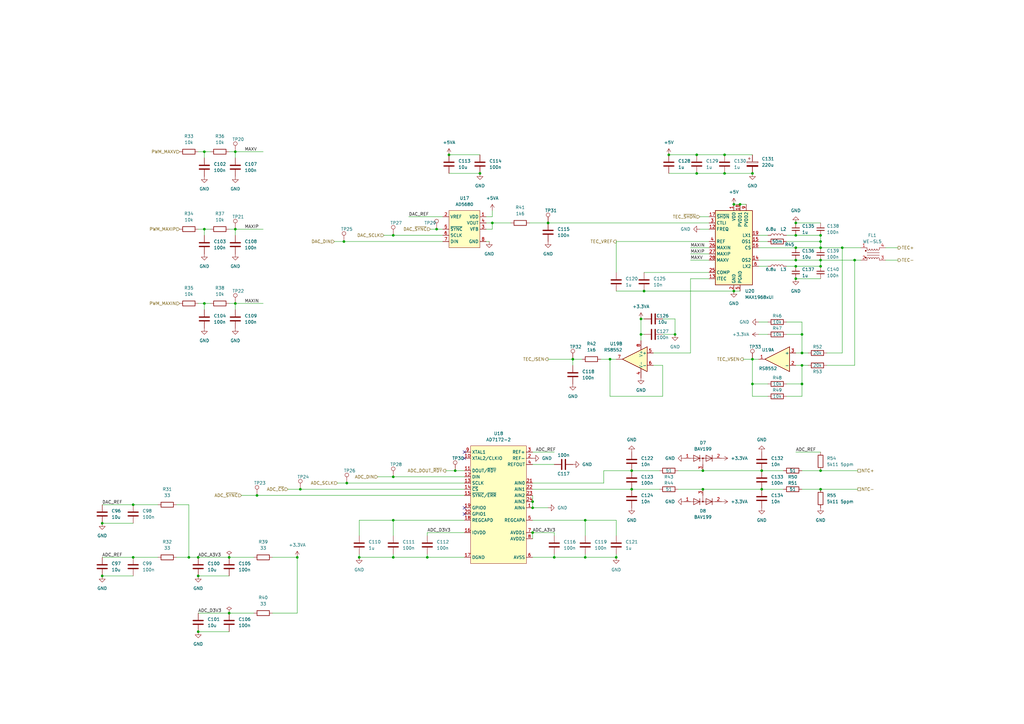
<source format=kicad_sch>
(kicad_sch (version 20211123) (generator eeschema)
  (paper "A3")
  (title_block (title "Kirdy") (date "2022-07-03") (rev "r0.1") (company "M-Labs") (comment 1 "Alex Wong Tat Hang"))
  (junction (at 300.99 119.38))
  (junction (at 141.0669 99.06))
  (junction (at 350.52 106.68))
  (junction (at 297.18 63.5))
  (junction (at 274.32 63.5))
  (junction (at 326.39 106.68))
  (junction (at 201.93 91.44))
  (junction (at 161.29 96.52))
  (junction (at 252.73 228.6))
  (junction (at 96.52 62.23))
  (junction (at 326.39 109.22))
  (junction (at 308.61 147.32))
  (junction (at 161.29 213.36))
  (junction (at 105.41 203.2))
  (junction (at 234.95 147.32))
  (junction (at 83.82 62.23))
  (junction (at 336.55 96.52))
  (junction (at 41.91 214.63))
  (junction (at 81.28 259.08))
  (junction (at 121.92 228.6))
  (junction (at 303.53 83.82))
  (junction (at 218.44 218.44))
  (junction (at 328.93 149.86))
  (junction (at 336.55 193.04))
  (junction (at 218.44 208.28))
  (junction (at 161.29 228.6))
  (junction (at 326.39 101.6))
  (junction (at 147.32 228.6))
  (junction (at 308.61 71.12))
  (junction (at 93.98 251.46))
  (junction (at 336.55 99.06))
  (junction (at 224.79 91.44))
  (junction (at 326.39 96.52))
  (junction (at 123.19 200.66))
  (junction (at 262.89 137.16))
  (junction (at 285.75 71.12))
  (junction (at 300.99 83.82))
  (junction (at 308.61 157.48))
  (junction (at 326.39 114.3))
  (junction (at 250.19 147.32))
  (junction (at 83.82 93.98))
  (junction (at 81.28 228.6))
  (junction (at 83.82 124.46))
  (junction (at 179.07 93.98))
  (junction (at 175.26 228.6))
  (junction (at 259.08 193.04))
  (junction (at 81.28 236.22))
  (junction (at 93.98 228.6))
  (junction (at 54.61 228.6))
  (junction (at 336.55 109.22))
  (junction (at 218.44 205.74))
  (junction (at 184.15 63.5))
  (junction (at 240.03 228.6))
  (junction (at 345.44 101.6))
  (junction (at 259.08 200.66))
  (junction (at 142.24 198.12))
  (junction (at 336.55 101.6))
  (junction (at 328.93 137.16))
  (junction (at 96.52 93.98))
  (junction (at 227.33 228.6))
  (junction (at 96.52 124.46))
  (junction (at 41.91 236.22))
  (junction (at 312.42 193.04))
  (junction (at 186.69 193.04))
  (junction (at 328.93 157.48))
  (junction (at 288.29 193.04))
  (junction (at 196.85 71.12))
  (junction (at 336.55 200.66))
  (junction (at 262.89 130.81))
  (junction (at 240.03 213.36))
  (junction (at 288.29 200.66))
  (junction (at 328.93 144.78))
  (junction (at 264.16 119.38))
  (junction (at 77.47 228.6))
  (junction (at 161.29 195.58))
  (junction (at 276.86 137.16))
  (junction (at 336.55 106.68))
  (junction (at 285.75 63.5))
  (junction (at 297.18 71.12))
  (junction (at 312.42 200.66))
  (junction (at 54.61 207.01))
  (junction (at 326.39 91.44))
  (no_connect (at 190.5 185.42))
  (no_connect (at 190.5 187.96))
  (no_connect (at 190.5 208.28))
  (no_connect (at 190.5 210.82))
  (wire (pts (xy 274.32 63.5) (xy 285.75 63.5)))
  (wire (pts (xy 328.93 144.78) (xy 331.47 144.78)))
  (wire (pts (xy 218.44 205.74) (xy 218.44 208.28)))
  (wire (pts (xy 218.44 218.44) (xy 227.33 218.44)))
  (wire (pts (xy 224.79 147.32) (xy 234.95 147.32)))
  (wire (pts (xy 311.15 99.06) (xy 314.96 99.06)))
  (wire (pts (xy 308.61 147.32) (xy 311.15 147.32)))
  (wire (pts (xy 304.8 147.32) (xy 308.61 147.32)))
  (wire (pts (xy 41.91 236.22) (xy 54.61 236.22)))
  (wire (pts (xy 252.73 111.76) (xy 252.73 99.06)))
  (wire (pts (xy 105.41 203.2) (xy 190.5 203.2)))
  (wire (pts (xy 41.91 207.01) (xy 54.61 207.01)))
  (wire (pts (xy 311.15 101.6) (xy 326.39 101.6)))
  (wire (pts (xy 328.93 149.86) (xy 331.47 149.86)))
  (wire (pts (xy 154.94 195.58) (xy 161.29 195.58)))
  (wire (pts (xy 175.26 218.44) (xy 190.5 218.44)))
  (wire (pts (xy 252.73 119.38) (xy 264.16 119.38)))
  (wire (pts (xy 252.73 213.36) (xy 252.73 219.71)))
  (wire (pts (xy 259.08 200.66) (xy 270.51 200.66)))
  (wire (pts (xy 147.32 219.71) (xy 147.32 213.36)))
  (wire (pts (xy 336.55 109.22) (xy 326.39 109.22)))
  (wire (pts (xy 111.76 228.6) (xy 121.92 228.6)))
  (wire (pts (xy 93.98 251.46) (xy 104.14 251.46)))
  (wire (pts (xy 311.15 132.08) (xy 314.96 132.08)))
  (wire (pts (xy 142.24 198.12) (xy 190.5 198.12)))
  (wire (pts (xy 326.39 96.52) (xy 322.58 96.52)))
  (wire (pts (xy 259.08 193.04) (xy 270.51 193.04)))
  (wire (pts (xy 199.39 93.98) (xy 201.93 93.98)))
  (wire (pts (xy 326.39 106.68) (xy 336.55 106.68)))
  (wire (pts (xy 297.18 63.5) (xy 308.61 63.5)))
  (wire (pts (xy 250.19 147.32) (xy 252.73 147.32)))
  (wire (pts (xy 285.75 71.12) (xy 297.18 71.12)))
  (wire (pts (xy 179.07 93.98) (xy 181.61 93.98)))
  (wire (pts (xy 312.42 193.04) (xy 321.31 193.04)))
  (wire (pts (xy 264.16 119.38) (xy 300.99 119.38)))
  (wire (pts (xy 141.0669 99.06) (xy 181.61 99.06)))
  (wire (pts (xy 322.58 157.48) (xy 328.93 157.48)))
  (wire (pts (xy 336.55 101.6) (xy 336.55 99.06)))
  (wire (pts (xy 300.99 83.82) (xy 303.53 83.82)))
  (wire (pts (xy 227.33 218.44) (xy 227.33 219.71)))
  (wire (pts (xy 83.82 93.98) (xy 86.36 93.98)))
  (wire (pts (xy 339.09 144.78) (xy 345.44 144.78)))
  (wire (pts (xy 271.78 162.56) (xy 271.78 149.86)))
  (wire (pts (xy 184.15 63.5) (xy 196.85 63.5)))
  (wire (pts (xy 218.44 213.36) (xy 240.03 213.36)))
  (wire (pts (xy 218.44 218.44) (xy 218.44 220.98)))
  (wire (pts (xy 147.32 213.36) (xy 161.29 213.36)))
  (wire (pts (xy 350.52 106.68) (xy 350.52 149.86)))
  (wire (pts (xy 199.39 99.06) (xy 200.66 99.06)))
  (wire (pts (xy 96.52 124.46) (xy 96.52 127)))
  (wire (pts (xy 322.58 99.06) (xy 336.55 99.06)))
  (wire (pts (xy 287.02 88.9) (xy 290.83 88.9)))
  (wire (pts (xy 283.21 101.6) (xy 290.83 101.6)))
  (wire (pts (xy 363.22 101.6) (xy 368.3 101.6)))
  (wire (pts (xy 336.55 101.6) (xy 326.39 101.6)))
  (wire (pts (xy 161.29 96.52) (xy 181.61 96.52)))
  (wire (pts (xy 271.78 149.86) (xy 267.97 149.86)))
  (wire (pts (xy 186.69 193.04) (xy 190.5 193.04)))
  (wire (pts (xy 262.89 137.16) (xy 262.89 139.7)))
  (wire (pts (xy 336.55 99.06) (xy 336.55 96.52)))
  (wire (pts (xy 345.44 101.6) (xy 345.44 144.78)))
  (wire (pts (xy 326.39 144.78) (xy 328.93 144.78)))
  (wire (pts (xy 283.21 144.78) (xy 267.97 144.78)))
  (wire (pts (xy 247.65 198.12) (xy 247.65 193.04)))
  (wire (pts (xy 184.15 71.12) (xy 196.85 71.12)))
  (wire (pts (xy 234.95 149.86) (xy 234.95 147.32)))
  (wire (pts (xy 96.52 124.46) (xy 107.95 124.46)))
  (wire (pts (xy 240.03 213.36) (xy 252.73 213.36)))
  (wire (pts (xy 328.93 193.04) (xy 336.55 193.04)))
  (wire (pts (xy 138.43 198.12) (xy 142.24 198.12)))
  (wire (pts (xy 328.93 200.66) (xy 336.55 200.66)))
  (wire (pts (xy 199.39 88.9) (xy 201.93 88.9)))
  (wire (pts (xy 93.98 93.98) (xy 96.52 93.98)))
  (wire (pts (xy 264.16 130.81) (xy 262.89 130.81)))
  (wire (pts (xy 250.19 162.56) (xy 271.78 162.56)))
  (wire (pts (xy 322.58 132.08) (xy 328.93 132.08)))
  (wire (pts (xy 83.82 62.23) (xy 83.82 64.77)))
  (wire (pts (xy 161.29 227.33) (xy 161.29 228.6)))
  (wire (pts (xy 81.28 259.08) (xy 93.98 259.08)))
  (wire (pts (xy 288.29 200.66) (xy 312.42 200.66)))
  (wire (pts (xy 264.16 111.76) (xy 290.83 111.76)))
  (wire (pts (xy 157.48 96.52) (xy 161.29 96.52)))
  (wire (pts (xy 167.64 88.9) (xy 181.61 88.9)))
  (wire (pts (xy 246.38 147.32) (xy 250.19 147.32)))
  (wire (pts (xy 54.61 228.6) (xy 64.77 228.6)))
  (wire (pts (xy 240.03 227.33) (xy 240.03 228.6)))
  (wire (pts (xy 201.93 88.9) (xy 201.93 86.36)))
  (wire (pts (xy 311.15 106.68) (xy 326.39 106.68)))
  (wire (pts (xy 234.95 147.32) (xy 238.76 147.32)))
  (wire (pts (xy 41.91 228.6) (xy 54.61 228.6)))
  (wire (pts (xy 83.82 124.46) (xy 83.82 127)))
  (wire (pts (xy 328.93 137.16) (xy 328.93 144.78)))
  (wire (pts (xy 175.26 228.6) (xy 190.5 228.6)))
  (wire (pts (xy 93.98 228.6) (xy 104.14 228.6)))
  (wire (pts (xy 218.44 190.5) (xy 227.33 190.5)))
  (wire (pts (xy 218.44 200.66) (xy 259.08 200.66)))
  (wire (pts (xy 278.13 200.66) (xy 288.29 200.66)))
  (wire (pts (xy 96.52 93.98) (xy 96.52 96.52)))
  (wire (pts (xy 311.15 137.16) (xy 314.96 137.16)))
  (wire (pts (xy 326.39 149.86) (xy 328.93 149.86)))
  (wire (pts (xy 308.61 157.48) (xy 308.61 162.56)))
  (wire (pts (xy 54.61 207.01) (xy 64.77 207.01)))
  (wire (pts (xy 72.39 207.01) (xy 77.47 207.01)))
  (wire (pts (xy 336.55 101.6) (xy 345.44 101.6)))
  (wire (pts (xy 326.39 114.3) (xy 336.55 114.3)))
  (wire (pts (xy 77.47 207.01) (xy 77.47 228.6)))
  (wire (pts (xy 218.44 208.28) (xy 224.79 208.28)))
  (wire (pts (xy 247.65 198.12) (xy 218.44 198.12)))
  (wire (pts (xy 252.73 227.33) (xy 252.73 228.6)))
  (wire (pts (xy 199.39 91.44) (xy 201.93 91.44)))
  (wire (pts (xy 328.93 162.56) (xy 328.93 157.48)))
  (wire (pts (xy 111.76 251.46) (xy 121.92 251.46)))
  (wire (pts (xy 83.82 93.98) (xy 83.82 96.52)))
  (wire (pts (xy 93.98 62.23) (xy 96.52 62.23)))
  (wire (pts (xy 224.79 91.44) (xy 290.83 91.44)))
  (wire (pts (xy 287.02 93.98) (xy 290.83 93.98)))
  (wire (pts (xy 322.58 137.16) (xy 328.93 137.16)))
  (wire (pts (xy 81.28 236.22) (xy 93.98 236.22)))
  (wire (pts (xy 118.11 200.66) (xy 123.19 200.66)))
  (wire (pts (xy 276.86 130.81) (xy 276.86 137.16)))
  (wire (pts (xy 201.93 93.98) (xy 201.93 91.44)))
  (wire (pts (xy 218.44 185.42) (xy 227.33 185.42)))
  (wire (pts (xy 322.58 162.56) (xy 328.93 162.56)))
  (wire (pts (xy 328.93 132.08) (xy 328.93 137.16)))
  (wire (pts (xy 41.91 214.63) (xy 54.61 214.63)))
  (wire (pts (xy 176.53 93.98) (xy 179.07 93.98)))
  (wire (pts (xy 81.28 93.98) (xy 83.82 93.98)))
  (wire (pts (xy 182.88 193.04) (xy 186.69 193.04)))
  (wire (pts (xy 81.28 228.6) (xy 93.98 228.6)))
  (wire (pts (xy 96.52 62.23) (xy 107.95 62.23)))
  (wire (pts (xy 175.26 227.33) (xy 175.26 228.6)))
  (wire (pts (xy 218.44 203.2) (xy 218.44 205.74)))
  (wire (pts (xy 77.47 228.6) (xy 81.28 228.6)))
  (wire (pts (xy 326.39 185.42) (xy 336.55 185.42)))
  (wire (pts (xy 121.92 251.46) (xy 121.92 228.6)))
  (wire (pts (xy 271.78 137.16) (xy 276.86 137.16)))
  (wire (pts (xy 311.15 96.52) (xy 314.96 96.52)))
  (wire (pts (xy 283.21 114.3) (xy 290.83 114.3)))
  (wire (pts (xy 96.52 93.98) (xy 107.95 93.98)))
  (wire (pts (xy 336.55 106.68) (xy 350.52 106.68)))
  (wire (pts (xy 81.28 62.23) (xy 83.82 62.23)))
  (wire (pts (xy 240.03 213.36) (xy 240.03 219.71)))
  (wire (pts (xy 264.16 137.16) (xy 262.89 137.16)))
  (wire (pts (xy 336.55 106.68) (xy 336.55 109.22)))
  (wire (pts (xy 217.17 91.44) (xy 224.79 91.44)))
  (wire (pts (xy 312.42 200.66) (xy 321.31 200.66)))
  (wire (pts (xy 274.32 71.12) (xy 285.75 71.12)))
  (wire (pts (xy 262.89 130.81) (xy 262.89 137.16)))
  (wire (pts (xy 250.19 147.32) (xy 250.19 162.56)))
  (wire (pts (xy 336.55 200.66) (xy 351.79 200.66)))
  (wire (pts (xy 285.75 63.5) (xy 297.18 63.5)))
  (wire (pts (xy 123.19 200.66) (xy 190.5 200.66)))
  (wire (pts (xy 288.29 193.04) (xy 312.42 193.04)))
  (wire (pts (xy 81.28 124.46) (xy 83.82 124.46)))
  (wire (pts (xy 303.53 83.82) (xy 306.07 83.82)))
  (wire (pts (xy 83.82 124.46) (xy 86.36 124.46)))
  (wire (pts (xy 350.52 106.68) (xy 353.06 106.68)))
  (wire (pts (xy 278.13 193.04) (xy 288.29 193.04)))
  (wire (pts (xy 283.21 114.3) (xy 283.21 144.78)))
  (wire (pts (xy 81.28 251.46) (xy 93.98 251.46)))
  (wire (pts (xy 326.39 96.52) (xy 336.55 96.52)))
  (wire (pts (xy 96.52 62.23) (xy 96.52 64.77)))
  (wire (pts (xy 345.44 101.6) (xy 353.06 101.6)))
  (wire (pts (xy 252.73 99.06) (xy 290.83 99.06)))
  (wire (pts (xy 363.22 106.68) (xy 368.3 106.68)))
  (wire (pts (xy 328.93 157.48) (xy 328.93 149.86)))
  (wire (pts (xy 314.96 157.48) (xy 308.61 157.48)))
  (wire (pts (xy 93.98 124.46) (xy 96.52 124.46)))
  (wire (pts (xy 227.33 227.33) (xy 227.33 228.6)))
  (wire (pts (xy 218.44 228.6) (xy 227.33 228.6)))
  (wire (pts (xy 300.99 119.38) (xy 303.53 119.38)))
  (wire (pts (xy 137.16 99.06) (xy 141.0669 99.06)))
  (wire (pts (xy 72.39 228.6) (xy 77.47 228.6)))
  (wire (pts (xy 99.06 203.2) (xy 105.41 203.2)))
  (wire (pts (xy 161.29 228.6) (xy 175.26 228.6)))
  (wire (pts (xy 308.61 157.48) (xy 308.61 147.32)))
  (wire (pts (xy 161.29 195.58) (xy 190.5 195.58)))
  (wire (pts (xy 271.78 130.81) (xy 276.86 130.81)))
  (wire (pts (xy 201.93 91.44) (xy 209.55 91.44)))
  (wire (pts (xy 308.61 162.56) (xy 314.96 162.56)))
  (wire (pts (xy 247.65 193.04) (xy 259.08 193.04)))
  (wire (pts (xy 83.82 62.23) (xy 86.36 62.23)))
  (wire (pts (xy 336.55 193.04) (xy 351.79 193.04)))
  (wire (pts (xy 161.29 213.36) (xy 161.29 219.71)))
  (wire (pts (xy 326.39 91.44) (xy 336.55 91.44)))
  (wire (pts (xy 311.15 109.22) (xy 314.96 109.22)))
  (wire (pts (xy 227.33 228.6) (xy 240.03 228.6)))
  (wire (pts (xy 147.32 228.6) (xy 161.29 228.6)))
  (wire (pts (xy 322.58 109.22) (xy 326.39 109.22)))
  (wire (pts (xy 339.09 149.86) (xy 350.52 149.86)))
  (wire (pts (xy 297.18 71.12) (xy 308.61 71.12)))
  (wire (pts (xy 161.29 213.36) (xy 190.5 213.36)))
  (wire (pts (xy 283.21 104.14) (xy 290.83 104.14)))
  (wire (pts (xy 283.21 106.68) (xy 290.83 106.68)))
  (wire (pts (xy 240.03 228.6) (xy 252.73 228.6)))
  (wire (pts (xy 147.32 227.33) (xy 147.32 228.6)))
  (wire (pts (xy 175.26 218.44) (xy 175.26 219.71)))
  (label "DAC_REF" (at 167.64 88.9 0))
  (label "ADC_D3V3" (at 175.26 218.44 0))
  (label "MAXV" (at 100.33 62.23 0))
  (label "MAXIN" (at 100.33 124.46 0))
  (label "ADC_REF" (at 41.91 228.6 0))
  (label "MAXIN" (at 283.21 101.6 0))
  (label "ADC_A3V3" (at 81.28 228.6 0))
  (label "MAXV" (at 283.21 106.68 0))
  (label "DAC_REF" (at 41.91 207.01 0))
  (label "MAXIP" (at 100.33 93.98 0))
  (label "ADC_REF" (at 326.39 185.42 0))
  (label "ADC_D3V3" (at 81.28 251.46 0))
  (label "ADC_REF" (at 219.71 185.42 0))
  (label "ADC_A3V3" (at 218.44 218.44 0))
  (label "MAXIP" (at 283.21 104.14 0))
  (hierarchical_label "ADC_DOUT_~{RDY}" (shape output) (at 182.88 193.04 180))
  (hierarchical_label "TEC+" (shape output) (at 368.3 101.6 0))
  (hierarchical_label "PWM_MAXIP" (shape input) (at 73.66 93.98 180))
  (hierarchical_label "DAC_DIN" (shape input) (at 137.16 99.06 180))
  (hierarchical_label "PWM_MAXIN" (shape input) (at 73.66 124.46 180))
  (hierarchical_label "TEC_VREF" (shape output) (at 252.73 99.06 180))
  (hierarchical_label "TEC_~{SHDN}" (shape input) (at 287.02 88.9 180))
  (hierarchical_label "DAC_SCLK" (shape input) (at 157.48 96.52 180))
  (hierarchical_label "TEC_ISEN" (shape output) (at 224.79 147.32 180))
  (hierarchical_label "ADC_~{CS}" (shape input) (at 118.11 200.66 180))
  (hierarchical_label "NTC-" (shape passive) (at 351.79 200.66 0))
  (hierarchical_label "ADC_DIN" (shape input) (at 154.94 195.58 180))
  (hierarchical_label "NTC+" (shape passive) (at 351.79 193.04 0))
  (hierarchical_label "TEC-" (shape output) (at 368.3 106.68 0))
  (hierarchical_label "PWM_MAXV" (shape input) (at 73.66 62.23 180))
  (hierarchical_label "ADC_SCLK" (shape input) (at 138.43 198.12 180))
  (hierarchical_label "TEC_VSEN" (shape output) (at 304.8 147.32 180))
  (hierarchical_label "ADC_~{SYNC}" (shape input) (at 99.06 203.2 180))
  (hierarchical_label "DAC_~{SYNC}" (shape input) (at 176.53 93.98 180))
  (symbol (lib_id "power:GND") (at 81.28 236.22 0) (unit 1)
    (property "Reference" "#PWR084" (effects hide))
    (property "Value" "GND" (at 81.28 241.3 0))
  )
  (symbol (lib_id "Device:C") (at 240.03 223.52 0) (unit 1)
    (property "Reference" "C119" (at 243.84 222.2499 0) (effects (justify left)))
    (property "Value" "100n" (at 243.84 224.7899 0) (effects (justify left)))
    (property "Footprint" "Capacitor_SMD:C_0603_1608Metric" (effects hide))
    (property "MFR_PN" "CL10B104KB8NNWC" (effects hide))
    (property "MFR_PN_ALT" "CL10B104KB8NNNL" (effects hide))
  )
  (symbol (lib_id "Device:C") (at 175.26 223.52 0) (unit 1)
    (property "Reference" "C112" (at 179.07 222.2499 0) (effects (justify left)))
    (property "Value" "100n" (at 179.07 224.7899 0) (effects (justify left)))
    (property "Footprint" "Capacitor_SMD:C_0603_1608Metric" (effects hide))
    (property "MFR_PN" "CL10B104KB8NNWC" (effects hide))
    (property "MFR_PN_ALT" "CL10B104KB8NNNL" (effects hide))
  )
  (symbol (lib_id "kirdy:AD5680") (at 190.5 101.6 0) (unit 1)
    (property "Reference" "U17" (at 190.5 81.28 0))
    (property "Value" "AD5680" (at 190.5 83.82 0))
    (property "Footprint" "Package_TO_SOT_SMD:SOT-23-8" (effects hide))
    (property "Datasheet" "https://www.analog.com/media/en/technical-documentation/data-sheets/ad5680.pdf" (effects hide))
    (property "MFR_PN" "AD5680BRJZ" (effects hide))
  )
  (symbol (lib_id "power:GND") (at 41.91 236.22 0) (unit 1)
    (property "Reference" "#PWR083" (effects hide))
    (property "Value" "GND" (at 41.91 241.3 0))
  )
  (symbol (lib_id "power:GND") (at 200.66 99.06 0) (unit 1)
    (property "Reference" "#PWR096" (effects hide))
    (property "Value" "GND" (at 200.66 104.14 0))
  )
  (symbol (lib_id "Connector:TestPoint") (at 96.52 124.46 0) (unit 1)
    (property "Reference" "TP22" (at 95.25 119.38 0) (effects (justify left)))
    (property "Value" "TestPoint" (effects hide))
    (property "Footprint" "TestPoint:TestPoint_Pad_2.0x2.0mm" (effects hide))
  )
  (symbol (lib_id "Device:C") (at 81.28 255.27 0) (unit 1)
    (property "Reference" "C101" (at 85.09 253.9999 0) (effects (justify left)))
    (property "Value" "10u" (at 85.09 256.5399 0) (effects (justify left)))
    (property "Footprint" "Capacitor_SMD:C_0805_2012Metric" (effects hide))
    (property "MFR_PN" "CL21B106KOQNNNG" (effects hide))
    (property "MFR_PN_ALT" "CL21B106KOQNNNE" (effects hide))
  )
  (symbol (lib_id "Device:R") (at 318.77 99.06 90) (unit 1)
    (property "Reference" "R45" (at 323.85 100.33 90))
    (property "Value" "50m" (at 318.77 99.06 90))
    (property "Footprint" "Resistor_SMD:R_2010_5025Metric" (effects hide))
    (property "MFR_PN" "WSL2010R5000FEA18" (effects hide))
    (property "MFR_PN_ALT" "WSLT2010R5000FEA18" (effects hide))
  )
  (symbol (lib_id "Device:C") (at 252.73 223.52 0) (unit 1)
    (property "Reference" "C121" (at 256.54 222.2499 0) (effects (justify left)))
    (property "Value" "1u" (at 256.54 224.7899 0) (effects (justify left)))
    (property "Footprint" "Capacitor_SMD:C_0603_1608Metric" (effects hide))
    (property "MFR_PN" "CL10B105KA8NNNC" (effects hide))
    (property "MFR_PN_ALT" "CGA3E1X7R1E105K080AC" (effects hide))
  )
  (symbol (lib_id "power:+3.3VA") (at 121.92 228.6 0) (unit 1)
    (property "Reference" "#PWR092" (effects hide))
    (property "Value" "+3.3VA" (at 121.92 223.52 0))
  )
  (symbol (lib_id "power:+5V") (at 274.32 63.5 0) (unit 1)
    (property "Reference" "#PWR0108" (effects hide))
    (property "Value" "+5V" (at 274.32 58.42 0))
  )
  (symbol (lib_id "Connector:TestPoint") (at 123.19 200.66 0) (unit 1)
    (property "Reference" "TP24" (at 121.92 195.58 0) (effects (justify left)))
    (property "Value" "TestPoint" (effects hide))
    (property "Footprint" "TestPoint:TestPoint_Pad_2.0x2.0mm" (effects hide))
  )
  (symbol (lib_id "Device:R") (at 107.95 251.46 90) (unit 1)
    (property "Reference" "R40" (at 107.95 245.11 90))
    (property "Value" "33" (at 107.95 247.65 90))
    (property "Footprint" "Resistor_SMD:R_0603_1608Metric" (effects hide))
    (property "MFR_PN" "RC0603FR-0733RL" (effects hide))
    (property "MFR_PN_ALT" "CRGCQ0603F33R" (effects hide))
  )
  (symbol (lib_id "Connector:TestPoint") (at 224.79 91.44 0) (unit 1)
    (property "Reference" "TP31" (at 223.52 86.36 0) (effects (justify left)))
    (property "Value" "TestPoint" (effects hide))
    (property "Footprint" "TestPoint:TestPoint_Pad_2.0x2.0mm" (effects hide))
  )
  (symbol (lib_id "Device:R") (at 318.77 132.08 90) (unit 1)
    (property "Reference" "R46" (at 318.77 129.54 90))
    (property "Value" "10k" (at 318.77 132.08 90))
    (property "Footprint" "Resistor_SMD:R_0603_1608Metric" (effects hide))
    (property "MFR_PN" "RNCP0603FTD10K0" (effects hide))
    (property "MFR_PN_ALT" "RMCF0603FT10K0" (effects hide))
  )
  (symbol (lib_id "power:GND") (at 83.82 104.14 0) (unit 1)
    (property "Reference" "#PWR087" (effects hide))
    (property "Value" "GND" (at 83.82 109.22 0))
  )
  (symbol (lib_id "Device:R") (at 90.17 62.23 90) (unit 1)
    (property "Reference" "R36" (at 90.17 55.88 90))
    (property "Value" "10k" (at 90.17 58.42 90))
    (property "Footprint" "Resistor_SMD:R_0603_1608Metric" (effects hide))
    (property "MFR_PN" "RNCP0603FTD10K0" (effects hide))
    (property "MFR_PN_ALT" "RMCF0603FT10K0" (effects hide))
  )
  (symbol (lib_id "Device:R") (at 274.32 193.04 90) (unit 1)
    (property "Reference" "R43" (at 274.32 195.58 90))
    (property "Value" "51" (at 274.32 193.04 90))
    (property "Footprint" "Resistor_SMD:R_0603_1608Metric" (effects hide))
    (property "MFR_PN" "ESR03EZPF51R0" (effects hide))
    (property "MFR_PN_ALT" "RMCF0603FT51R0" (effects hide))
  )
  (symbol (lib_id "kirdy:RS8552") (at 260.35 147.32 0) (mirror y) (unit 3)
    (property "Reference" "U19" (effects hide))
    (property "Value" "RS8552" (effects hide))
    (property "Footprint" "Package_SO:SOIC-8_3.9x4.9mm_P1.27mm" (effects hide))
    (property "Datasheet" "https://datasheet.lcsc.com/lcsc/2010160333_Jiangsu-RUNIC-Tech-RS8554XP_C236997.pdf" (effects hide))
    (property "MFR_PN" "RS8552XK" (effects hide))
  )
  (symbol (lib_id "power:GND") (at 308.61 71.12 0) (unit 1)
    (property "Reference" "#PWR0117" (effects hide))
    (property "Value" "GND" (at 308.61 76.2 0))
  )
  (symbol (lib_id "Device:R") (at 325.12 193.04 90) (unit 1)
    (property "Reference" "R50" (at 325.12 195.58 90))
    (property "Value" "51" (at 325.12 193.04 90))
    (property "Footprint" "Resistor_SMD:R_0603_1608Metric" (effects hide))
    (property "MFR_PN" "ESR03EZPF51R0" (effects hide))
    (property "MFR_PN_ALT" "RMCF0603FT51R0" (effects hide))
  )
  (symbol (lib_id "power:GND") (at 311.15 132.08 270) (unit 1)
    (property "Reference" "#PWR0118" (effects hide))
    (property "Value" "GND" (at 307.34 132.0799 90) (effects (justify right)))
  )
  (symbol (lib_id "Device:R") (at 274.32 200.66 90) (unit 1)
    (property "Reference" "R44" (at 274.32 198.12 90))
    (property "Value" "51" (at 274.32 200.66 90))
    (property "Footprint" "Resistor_SMD:R_0603_1608Metric" (effects hide))
    (property "MFR_PN" "ESR03EZPF51R0" (effects hide))
    (property "MFR_PN_ALT" "RMCF0603FT51R0" (effects hide))
  )
  (symbol (lib_id "kirdy:AD7172-2") (at 204.47 209.55 0) (mirror y) (unit 1)
    (property "Reference" "U18" (at 204.47 177.8 0))
    (property "Value" "AD7172-2" (at 204.47 180.34 0))
    (property "Footprint" "Package_SO:TSSOP-24_4.4x7.8mm_P0.65mm" (effects hide))
    (property "Datasheet" "https://www.analog.com/media/en/technical-documentation/data-sheets/ad7172-2.pdf" (effects hide))
    (property "MFR_PN" "AD7172-2BRUZ" (effects hide))
  )
  (symbol (lib_id "Device:C") (at 93.98 232.41 0) (unit 1)
    (property "Reference" "C105" (at 97.79 231.1399 0) (effects (justify left)))
    (property "Value" "100n" (at 97.79 233.6799 0) (effects (justify left)))
    (property "Footprint" "Capacitor_SMD:C_0603_1608Metric" (effects hide))
    (property "MFR_PN" "CL10B104KB8NNWC" (effects hide))
    (property "MFR_PN_ALT" "CL10B104KB8NNNL" (effects hide))
  )
  (symbol (lib_id "power:GND") (at 83.82 134.62 0) (unit 1)
    (property "Reference" "#PWR088" (effects hide))
    (property "Value" "GND" (at 83.82 139.7 0))
  )
  (symbol (lib_id "Device:L") (at 318.77 109.22 90) (unit 1)
    (property "Reference" "L3" (at 321.31 110.49 90))
    (property "Value" "6.8u" (at 316.23 110.49 90))
    (property "Footprint" "Inductor_SMD:L_Wuerth_MAPI-4030" (effects hide))
    (property "MFR_PN" "74438357068" (effects hide))
  )
  (symbol (lib_id "power:GND") (at 234.95 190.5 90) (unit 1)
    (property "Reference" "#PWR0102" (effects hide))
    (property "Value" "GND" (at 238.76 190.4999 90) (effects (justify right)))
  )
  (symbol (lib_id "Device:R") (at 77.47 93.98 90) (unit 1)
    (property "Reference" "R34" (at 77.47 87.63 90))
    (property "Value" "10k" (at 77.47 90.17 90))
    (property "Footprint" "Resistor_SMD:R_0603_1608Metric" (effects hide))
    (property "MFR_PN" "RNCP0603FTD10K0" (effects hide))
    (property "MFR_PN_ALT" "RMCF0603FT10K0" (effects hide))
  )
  (symbol (lib_id "Device:R") (at 325.12 200.66 90) (unit 1)
    (property "Reference" "R51" (at 325.12 198.12 90))
    (property "Value" "51" (at 325.12 200.66 90))
    (property "Footprint" "Resistor_SMD:R_0603_1608Metric" (effects hide))
    (property "MFR_PN" "ESR03EZPF51R0" (effects hide))
    (property "MFR_PN_ALT" "RMCF0603FT51R0" (effects hide))
  )
  (symbol (lib_id "Device:C") (at 41.91 232.41 0) (unit 1)
    (property "Reference" "C97" (at 45.72 231.1399 0) (effects (justify left)))
    (property "Value" "10u" (at 45.72 233.6799 0) (effects (justify left)))
    (property "Footprint" "Capacitor_SMD:C_0805_2012Metric" (effects hide))
    (property "MFR_PN" "CL21B106KOQNNNG" (effects hide))
    (property "MFR_PN_ALT" "CL21B106KOQNNNE" (effects hide))
  )
  (symbol (lib_id "Device:C") (at 259.08 196.85 0) (unit 1)
    (property "Reference" "C123" (at 262.89 195.5799 0) (effects (justify left)))
    (property "Value" "100n" (at 262.89 198.1199 0) (effects (justify left)))
    (property "Footprint" "Capacitor_SMD:C_0603_1608Metric" (effects hide))
    (property "MFR_PN" "CL10B104KB8NNWC" (effects hide))
    (property "MFR_PN_ALT" "CL10B104KB8NNNL" (effects hide))
  )
  (symbol (lib_id "power:GND") (at 96.52 72.39 0) (unit 1)
    (property "Reference" "#PWR089" (effects hide))
    (property "Value" "GND" (at 96.52 77.47 0))
  )
  (symbol (lib_id "Device:C") (at 297.18 67.31 0) (unit 1)
    (property "Reference" "C130" (at 300.99 66.0399 0) (effects (justify left)))
    (property "Value" "1u" (at 300.99 68.5799 0) (effects (justify left)))
    (property "Footprint" "Capacitor_SMD:C_0603_1608Metric" (effects hide))
    (property "MFR_PN" "CL10B105KA8NNNC" (effects hide))
    (property "MFR_PN_ALT" "CGA3E1X7R1E105K080AC" (effects hide))
  )
  (symbol (lib_id "Device:C") (at 285.75 67.31 0) (unit 1)
    (property "Reference" "C129" (at 289.56 66.0399 0) (effects (justify left)))
    (property "Value" "1u" (at 289.56 68.5799 0) (effects (justify left)))
    (property "Footprint" "Capacitor_SMD:C_0603_1608Metric" (effects hide))
    (property "MFR_PN" "CL10B105KA8NNNC" (effects hide))
    (property "MFR_PN_ALT" "CGA3E1X7R1E105K080AC" (effects hide))
  )
  (symbol (lib_id "Device:C") (at 41.91 210.82 0) (unit 1)
    (property "Reference" "C96" (at 45.72 209.5499 0) (effects (justify left)))
    (property "Value" "10u" (at 45.72 212.0899 0) (effects (justify left)))
    (property "Footprint" "Capacitor_SMD:C_0805_2012Metric" (effects hide))
    (property "MFR_PN" "CL21B106KOQNNNG" (effects hide))
    (property "MFR_PN_ALT" "CL21B106KOQNNNE" (effects hide))
  )
  (symbol (lib_id "Device:C") (at 267.97 137.16 90) (unit 1)
    (property "Reference" "C127" (at 271.78 135.89 90))
    (property "Value" "100n" (at 271.78 138.43 90))
    (property "Footprint" "Capacitor_SMD:C_0603_1608Metric" (effects hide))
    (property "MFR_PN" "CL10B104KB8NNWC" (effects hide))
    (property "MFR_PN_ALT" "CL10B104KB8NNNL" (effects hide))
  )
  (symbol (lib_id "Device:C_Small") (at 326.39 104.14 0) (unit 1)
    (property "Reference" "C136" (at 328.93 102.8762 0) (effects (justify left)))
    (property "Value" "10u" (at 328.93 105.4162 0) (effects (justify left)))
    (property "Footprint" "Capacitor_SMD:C_0805_2012Metric" (effects hide))
    (property "MFR_PN" "CL21B106KOQNNNG" (effects hide))
    (property "MFR_PN_ALT" "CL21B106KOQNNNE" (effects hide))
  )
  (symbol (lib_id "power:GND") (at 224.79 208.28 90) (unit 1)
    (property "Reference" "#PWR0100" (effects hide))
    (property "Value" "GND" (at 228.6 208.2799 90) (effects (justify right)))
  )
  (symbol (lib_id "Device:C") (at 96.52 130.81 0) (unit 1)
    (property "Reference" "C109" (at 100.33 129.5399 0) (effects (justify left)))
    (property "Value" "100n" (at 100.33 132.0799 0) (effects (justify left)))
    (property "Footprint" "Capacitor_SMD:C_0603_1608Metric" (effects hide))
    (property "MFR_PN" "CL10B104KB8NNWC" (effects hide))
    (property "MFR_PN_ALT" "CL10B104KB8NNNL" (effects hide))
  )
  (symbol (lib_id "Device:R") (at 242.57 147.32 90) (unit 1)
    (property "Reference" "R42" (at 242.57 140.97 90))
    (property "Value" "1k6" (at 242.57 143.51 90))
    (property "Footprint" "Resistor_SMD:R_0603_1608Metric" (effects hide))
    (property "MFR_PN" "RT0603FRE071K6L" (effects hide))
    (property "MFR_PN_ALT" "RMCF0603FT1K60" (effects hide))
  )
  (symbol (lib_id "Device:R") (at 90.17 93.98 90) (unit 1)
    (property "Reference" "R37" (at 90.17 87.63 90))
    (property "Value" "10k" (at 90.17 90.17 90))
    (property "Footprint" "Resistor_SMD:R_0603_1608Metric" (effects hide))
    (property "MFR_PN" "RNCP0603FTD10K0" (effects hide))
    (property "MFR_PN_ALT" "RMCF0603FT10K0" (effects hide))
  )
  (symbol (lib_id "Device:R") (at 336.55 189.23 0) (unit 1)
    (property "Reference" "R54" (at 339.09 187.9599 0) (effects (justify left)))
    (property "Value" "5k11 5ppm" (at 339.09 190.4999 0) (effects (justify left)))
    (property "Footprint" "Resistor_SMD:R_0603_1608Metric" (effects hide))
    (property "MFR_PN" "RN73H1JTTD5111A05" (effects hide))
    (property "MFR_PN_ALT" "TNPU06035K11BZEN00" (effects hide))
  )
  (symbol (lib_id "power:GND") (at 224.79 99.06 0) (unit 1)
    (property "Reference" "#PWR099" (effects hide))
    (property "Value" "GND" (at 224.79 104.14 0))
  )
  (symbol (lib_id "Device:C") (at 312.42 204.47 0) (unit 1)
    (property "Reference" "C134" (at 316.23 203.1999 0) (effects (justify left)))
    (property "Value" "10n" (at 316.23 205.7399 0) (effects (justify left)))
    (property "Footprint" "Capacitor_SMD:C_0603_1608Metric" (effects hide))
    (property "MFR_PN" "0603B103K500CT" (effects hide))
    (property "MFR_PN_ALT" "CL10B103KB8NNNC" (effects hide))
  )
  (symbol (lib_id "Device:C") (at 252.73 115.57 0) (unit 1)
    (property "Reference" "C120" (at 256.54 114.2999 0) (effects (justify left)))
    (property "Value" "1u" (at 256.54 116.8399 0) (effects (justify left)))
    (property "Footprint" "Capacitor_SMD:C_0603_1608Metric" (effects hide))
    (property "MFR_PN" "CL10B105KA8NNNC" (effects hide))
    (property "MFR_PN_ALT" "CGA3E1X7R1E105K080AC" (effects hide))
  )
  (symbol (lib_id "Device:C") (at 274.32 67.31 0) (unit 1)
    (property "Reference" "C128" (at 278.13 66.0399 0) (effects (justify left)))
    (property "Value" "1u" (at 278.13 68.5799 0) (effects (justify left)))
    (property "Footprint" "Capacitor_SMD:C_0603_1608Metric" (effects hide))
    (property "MFR_PN" "CL10B105KA8NNNC" (effects hide))
    (property "MFR_PN_ALT" "CGA3E1X7R1E105K080AC" (effects hide))
  )
  (symbol (lib_id "Device:C_Small") (at 326.39 111.76 0) (unit 1)
    (property "Reference" "C137" (at 328.93 110.4962 0) (effects (justify left)))
    (property "Value" "1u" (at 328.93 113.0362 0) (effects (justify left)))
    (property "Footprint" "Capacitor_SMD:C_0603_1608Metric" (effects hide))
    (property "MFR_PN" "CL10B105KA8NNNC" (effects hide))
    (property "MFR_PN_ALT" "CGA3E1X7R1E105K080AC" (effects hide))
  )
  (symbol (lib_id "Device:C") (at 184.15 67.31 0) (unit 1)
    (property "Reference" "C113" (at 187.96 66.0399 0) (effects (justify left)))
    (property "Value" "10u" (at 187.96 68.5799 0) (effects (justify left)))
    (property "Footprint" "Capacitor_SMD:C_0805_2012Metric" (effects hide))
    (property "MFR_PN" "CL21B106KOQNNNG" (effects hide))
    (property "MFR_PN_ALT" "CL21B106KOQNNNE" (effects hide))
  )
  (symbol (lib_id "power:GND") (at 252.73 228.6 0) (unit 1)
    (property "Reference" "#PWR0103" (effects hide))
    (property "Value" "GND" (at 252.73 233.68 0))
  )
  (symbol (lib_id "power:GND") (at 83.82 72.39 0) (unit 1)
    (property "Reference" "#PWR086" (effects hide))
    (property "Value" "GND" (at 83.82 77.47 0))
  )
  (symbol (lib_id "power:GND") (at 196.85 71.12 0) (unit 1)
    (property "Reference" "#PWR095" (effects hide))
    (property "Value" "GND" (at 196.85 76.2 0))
  )
  (symbol (lib_id "Device:R") (at 77.47 62.23 90) (unit 1)
    (property "Reference" "R33" (at 77.47 55.88 90))
    (property "Value" "10k" (at 77.47 58.42 90))
    (property "Footprint" "Resistor_SMD:R_0603_1608Metric" (effects hide))
    (property "MFR_PN" "RNCP0603FTD10K0" (effects hide))
    (property "MFR_PN_ALT" "RMCF0603FT10K0" (effects hide))
  )
  (symbol (lib_id "Device:C") (at 147.32 223.52 0) (unit 1)
    (property "Reference" "C110" (at 151.13 222.2499 0) (effects (justify left)))
    (property "Value" "1u" (at 151.13 224.7899 0) (effects (justify left)))
    (property "Footprint" "Capacitor_SMD:C_0603_1608Metric" (effects hide))
    (property "MFR_PN" "CL10B105KA8NNNC" (effects hide))
    (property "MFR_PN_ALT" "CGA3E1X7R1E105K080AC" (effects hide))
  )
  (symbol (lib_id "Device:R") (at 213.36 91.44 90) (unit 1)
    (property "Reference" "R41" (at 213.36 85.09 90))
    (property "Value" "1k6" (at 213.36 87.63 90))
    (property "Footprint" "Resistor_SMD:R_0603_1608Metric" (effects hide))
    (property "MFR_PN" "RT0603FRE071K6L" (effects hide))
    (property "MFR_PN_ALT" "RMCF0603FT1K60" (effects hide))
  )
  (symbol (lib_id "power:GND") (at 280.67 187.96 270) (unit 1)
    (property "Reference" "#PWR0110" (effects hide))
    (property "Value" "GND" (at 276.86 187.9599 90) (effects (justify right)))
  )
  (symbol (lib_id "Device:R") (at 68.58 207.01 90) (unit 1)
    (property "Reference" "R31" (at 68.58 200.66 90))
    (property "Value" "33" (at 68.58 203.2 90))
    (property "Footprint" "Resistor_SMD:R_0603_1608Metric" (effects hide))
    (property "MFR_PN" "RC0603FR-0733RL" (effects hide))
    (property "MFR_PN_ALT" "CRGCQ0603F33R" (effects hide))
  )
  (symbol (lib_id "Connector:TestPoint") (at 234.95 147.32 0) (unit 1)
    (property "Reference" "TP32" (at 233.68 142.24 0) (effects (justify left)))
    (property "Value" "TestPoint" (effects hide))
    (property "Footprint" "TestPoint:TestPoint_Pad_2.0x2.0mm" (effects hide))
  )
  (symbol (lib_id "Device:C") (at 96.52 68.58 0) (unit 1)
    (property "Reference" "C107" (at 100.33 67.3099 0) (effects (justify left)))
    (property "Value" "100n" (at 100.33 69.8499 0) (effects (justify left)))
    (property "Footprint" "Capacitor_SMD:C_0603_1608Metric" (effects hide))
    (property "MFR_PN" "CL10B104KB8NNWC" (effects hide))
    (property "MFR_PN_ALT" "CL10B104KB8NNNL" (effects hide))
  )
  (symbol (lib_id "Device:R") (at 336.55 204.47 0) (unit 1)
    (property "Reference" "R55" (at 339.09 203.1999 0) (effects (justify left)))
    (property "Value" "5k11 5ppm" (at 339.09 205.7399 0) (effects (justify left)))
    (property "Footprint" "Resistor_SMD:R_0603_1608Metric" (effects hide))
    (property "MFR_PN" "RN73H1JTTD5111A05" (effects hide))
    (property "MFR_PN_ALT" "TNPU06035K11BZEN00" (effects hide))
  )
  (symbol (lib_id "Device:C") (at 81.28 232.41 0) (unit 1)
    (property "Reference" "C100" (at 85.09 231.1399 0) (effects (justify left)))
    (property "Value" "10u" (at 85.09 233.6799 0) (effects (justify left)))
    (property "Footprint" "Capacitor_SMD:C_0805_2012Metric" (effects hide))
    (property "MFR_PN" "CL21B106KOQNNNG" (effects hide))
    (property "MFR_PN_ALT" "CL21B106KOQNNNE" (effects hide))
  )
  (symbol (lib_id "Device:C") (at 196.85 67.31 0) (unit 1)
    (property "Reference" "C114" (at 200.66 66.0399 0) (effects (justify left)))
    (property "Value" "100n" (at 200.66 68.5799 0) (effects (justify left)))
    (property "Footprint" "Capacitor_SMD:C_0603_1608Metric" (effects hide))
    (property "MFR_PN" "CL10B104KB8NNWC" (effects hide))
    (property "MFR_PN_ALT" "CL10B104KB8NNNL" (effects hide))
  )
  (symbol (lib_id "power:+3.3VA") (at 262.89 130.81 0) (unit 1)
    (property "Reference" "#PWR0106" (effects hide))
    (property "Value" "+3.3VA" (at 262.89 125.73 0))
  )
  (symbol (lib_id "power:GND") (at 234.95 157.48 0) (unit 1)
    (property "Reference" "#PWR0101" (effects hide))
    (property "Value" "GND" (at 234.95 162.56 0))
  )
  (symbol (lib_id "Device:C_Small") (at 326.39 93.98 0) (unit 1)
    (property "Reference" "C135" (at 328.93 92.7162 0) (effects (justify left)))
    (property "Value" "1u" (at 328.93 95.2562 0) (effects (justify left)))
    (property "Footprint" "Capacitor_SMD:C_0603_1608Metric" (effects hide))
    (property "MFR_PN" "CL10B105KA8NNNC" (effects hide))
    (property "MFR_PN_ALT" "CGA3E1X7R1E105K080AC" (effects hide))
  )
  (symbol (lib_id "Device:C") (at 83.82 68.58 0) (unit 1)
    (property "Reference" "C102" (at 87.63 67.3099 0) (effects (justify left)))
    (property "Value" "100n" (at 87.63 69.8499 0) (effects (justify left)))
    (property "Footprint" "Capacitor_SMD:C_0603_1608Metric" (effects hide))
    (property "MFR_PN" "CL10B104KB8NNWC" (effects hide))
    (property "MFR_PN_ALT" "CL10B104KB8NNNL" (effects hide))
  )
  (symbol (lib_id "Device:L") (at 318.77 96.52 90) (unit 1)
    (property "Reference" "L2" (at 321.31 93.98 90))
    (property "Value" "6.8u" (at 316.23 93.98 90))
    (property "Footprint" "Inductor_SMD:L_Wuerth_MAPI-4030" (effects hide))
    (property "MFR_PN" "74438357068" (effects hide))
  )
  (symbol (lib_id "Device:C") (at 234.95 153.67 0) (unit 1)
    (property "Reference" "C118" (at 238.76 152.3999 0) (effects (justify left)))
    (property "Value" "100n" (at 238.76 154.9399 0) (effects (justify left)))
    (property "Footprint" "Capacitor_SMD:C_0603_1608Metric" (effects hide))
    (property "MFR_PN" "CL10B104KB8NNWC" (effects hide))
    (property "MFR_PN_ALT" "CL10B104KB8NNNL" (effects hide))
  )
  (symbol (lib_id "Device:C") (at 83.82 100.33 0) (unit 1)
    (property "Reference" "C103" (at 87.63 99.0599 0) (effects (justify left)))
    (property "Value" "100n" (at 87.63 101.5999 0) (effects (justify left)))
    (property "Footprint" "Capacitor_SMD:C_0603_1608Metric" (effects hide))
    (property "MFR_PN" "CL10B104KB8NNWC" (effects hide))
    (property "MFR_PN_ALT" "CL10B104KB8NNNL" (effects hide))
  )
  (symbol (lib_id "Diode:BAV99") (at 288.29 205.74 0) (mirror x) (unit 1)
    (property "Reference" "D8" (at 288.29 209.55 0))
    (property "Value" "BAV199" (at 288.29 212.09 0))
    (property "Footprint" "Package_TO_SOT_SMD:SOT-23" (effects hide))
    (property "Datasheet" "https://assets.nexperia.com/documents/data-sheet/BAV99_SER.pdf" (effects hide))
    (property "MFR_PN" "BAV199W-7" (effects hide))
    (property "MFR_PN_ALT" "BAV199E6327HTSA1" (effects hide))
  )
  (symbol (lib_id "Device:R") (at 335.28 144.78 90) (unit 1)
    (property "Reference" "R52" (at 335.28 142.24 90))
    (property "Value" "20k" (at 335.28 144.78 90))
    (property "Footprint" "Resistor_SMD:R_0603_1608Metric" (effects hide))
    (property "MFR_PN" "RMCF0603FT20K0" (effects hide))
    (property "MFR_PN_ALT" "RC0603FR-0720KL" (effects hide))
  )
  (symbol (lib_id "Connector:TestPoint") (at 141.0669 99.06 0) (unit 1)
    (property "Reference" "TP25" (at 139.7969 93.98 0) (effects (justify left)))
    (property "Value" "TestPoint" (effects hide))
    (property "Footprint" "TestPoint:TestPoint_Pad_2.0x2.0mm" (effects hide))
  )
  (symbol (lib_id "Connector:TestPoint") (at 96.52 93.98 0) (unit 1)
    (property "Reference" "TP21" (at 95.25 88.9 0) (effects (justify left)))
    (property "Value" "TestPoint" (effects hide))
    (property "Footprint" "TestPoint:TestPoint_Pad_2.0x2.0mm" (effects hide))
  )
  (symbol (lib_id "power:+5V") (at 300.99 83.82 0) (unit 1)
    (property "Reference" "#PWR0115" (effects hide))
    (property "Value" "+5V" (at 300.99 78.74 0))
  )
  (symbol (lib_id "Device:C") (at 93.98 255.27 0) (unit 1)
    (property "Reference" "C106" (at 97.79 253.9999 0) (effects (justify left)))
    (property "Value" "100n" (at 97.79 256.5399 0) (effects (justify left)))
    (property "Footprint" "Capacitor_SMD:C_0603_1608Metric" (effects hide))
    (property "MFR_PN" "CL10B104KB8NNWC" (effects hide))
    (property "MFR_PN_ALT" "CL10B104KB8NNNL" (effects hide))
  )
  (symbol (lib_id "power:GND") (at 218.44 187.96 90) (unit 1)
    (property "Reference" "#PWR098" (effects hide))
    (property "Value" "GND" (at 222.25 187.9599 90) (effects (justify right)))
  )
  (symbol (lib_id "power:+3.3VA") (at 311.15 137.16 90) (unit 1)
    (property "Reference" "#PWR0119" (effects hide))
    (property "Value" "+3.3VA" (at 307.34 137.1599 90) (effects (justify left)))
  )
  (symbol (lib_id "Device:C") (at 312.42 196.85 0) (unit 1)
    (property "Reference" "C133" (at 316.23 195.5799 0) (effects (justify left)))
    (property "Value" "100n" (at 316.23 198.1199 0) (effects (justify left)))
    (property "Footprint" "Capacitor_SMD:C_0603_1608Metric" (effects hide))
    (property "MFR_PN" "CL10B104KB8NNWC" (effects hide))
    (property "MFR_PN_ALT" "CL10B104KB8NNNL" (effects hide))
  )
  (symbol (lib_id "power:GND") (at 259.08 208.28 0) (unit 1)
    (property "Reference" "#PWR0105" (effects hide))
    (property "Value" "GND" (at 259.08 213.36 0))
  )
  (symbol (lib_id "Connector:TestPoint") (at 179.07 93.98 0) (unit 1)
    (property "Reference" "TP29" (at 173.99 91.44 0) (effects (justify left)))
    (property "Value" "TestPoint" (effects hide))
    (property "Footprint" "TestPoint:TestPoint_Pad_2.0x2.0mm" (effects hide))
  )
  (symbol (lib_id "power:GND") (at 262.89 154.94 0) (unit 1)
    (property "Reference" "#PWR0107" (effects hide))
    (property "Value" "GND" (at 262.89 160.02 0))
  )
  (symbol (lib_id "Device:C") (at 259.08 204.47 0) (unit 1)
    (property "Reference" "C124" (at 262.89 203.1999 0) (effects (justify left)))
    (property "Value" "10n" (at 262.89 205.7399 0) (effects (justify left)))
    (property "Footprint" "Capacitor_SMD:C_0603_1608Metric" (effects hide))
    (property "MFR_PN" "0603B103K500CT" (effects hide))
    (property "MFR_PN_ALT" "CL10B103KB8NNNC" (effects hide))
  )
  (symbol (lib_id "Connector:TestPoint") (at 186.69 193.04 0) (unit 1)
    (property "Reference" "TP30" (at 185.42 187.96 0) (effects (justify left)))
    (property "Value" "TestPoint" (effects hide))
    (property "Footprint" "TestPoint:TestPoint_Pad_2.0x2.0mm" (effects hide))
  )
  (symbol (lib_id "power:GND") (at 280.67 205.74 270) (unit 1)
    (property "Reference" "#PWR0111" (effects hide))
    (property "Value" "GND" (at 276.86 205.7399 90) (effects (justify right)))
  )
  (symbol (lib_id "Device:R") (at 68.58 228.6 90) (unit 1)
    (property "Reference" "R32" (at 68.58 222.25 90))
    (property "Value" "33" (at 68.58 224.79 90))
    (property "Footprint" "Resistor_SMD:R_0603_1608Metric" (effects hide))
    (property "MFR_PN" "RC0603FR-0733RL" (effects hide))
    (property "MFR_PN_ALT" "CRGCQ0603F33R" (effects hide))
  )
  (symbol (lib_id "Connector:TestPoint") (at 96.52 62.23 0) (unit 1)
    (property "Reference" "TP20" (at 95.25 57.15 0) (effects (justify left)))
    (property "Value" "TestPoint" (effects hide))
    (property "Footprint" "TestPoint:TestPoint_Pad_2.0x2.0mm" (effects hide))
  )
  (symbol (lib_id "Device:C_Small") (at 336.55 104.14 0) (unit 1)
    (property "Reference" "C139" (at 339.09 102.8762 0) (effects (justify left)))
    (property "Value" "100n" (at 339.09 105.4162 0) (effects (justify left)))
    (property "Footprint" "Capacitor_SMD:C_0603_1608Metric" (effects hide))
    (property "MFR_PN" "CL10B104KB8NNWC" (effects hide))
    (property "MFR_PN_ALT" "CL10B104KB8NNNL" (effects hide))
  )
  (symbol (lib_id "Device:C_Polarized") (at 308.61 67.31 0) (unit 1)
    (property "Reference" "C131" (at 312.42 65.1509 0) (effects (justify left)))
    (property "Value" "220u" (at 312.42 67.6909 0) (effects (justify left)))
    (property "Footprint" "Capacitor_Tantalum_SMD:CP_EIA-7343-15_Kemet-W" (effects hide))
    (property "MFR_PN" "T491D227K016AT" (effects hide))
    (property "MFR_PN_ALT" "293D227X9016E2TE3" (effects hide))
  )
  (symbol (lib_id "power:PWR_FLAG") (at 93.98 251.46 0) (unit 1)
    (property "Reference" "#FLG0113" (effects hide))
    (property "Value" "PWR_FLAG" (effects hide))
  )
  (symbol (lib_id "Device:C") (at 161.29 223.52 0) (unit 1)
    (property "Reference" "C111" (at 165.1 222.2499 0) (effects (justify left)))
    (property "Value" "100n" (at 165.1 224.7899 0) (effects (justify left)))
    (property "Footprint" "Capacitor_SMD:C_0603_1608Metric" (effects hide))
    (property "MFR_PN" "CL10B104KB8NNWC" (effects hide))
    (property "MFR_PN_ALT" "CL10B104KB8NNNL" (effects hide))
  )
  (symbol (lib_id "Driver_TEC:MAX1968xUI") (at 300.99 101.6 0) (unit 1)
    (property "Reference" "U20" (at 305.5494 119.38 0) (effects (justify left)))
    (property "Value" "MAX1968xUI" (at 305.5494 121.92 0) (effects (justify left)))
    (property "Footprint" "Package_SO:HTSSOP-28-1EP_4.4x9.7mm_P0.65mm_EP2.85x5.4mm" (effects hide))
    (property "Datasheet" "https://datasheets.maximintegrated.com/en/ds/MAX1968-MAX1969.pdf" (effects hide))
    (property "MFR_PN" "MAX1968EUI+" (effects hide))
    (property "MFR_PN_ALT" "MAX1968EUI+T" (effects hide))
  )
  (symbol (lib_id "Device:R") (at 318.77 157.48 90) (unit 1)
    (property "Reference" "R48" (at 318.77 154.94 90))
    (property "Value" "10k" (at 318.77 157.48 90))
    (property "Footprint" "Resistor_SMD:R_0603_1608Metric" (effects hide))
    (property "MFR_PN" "RNCP0603FTD10K0" (effects hide))
    (property "MFR_PN_ALT" "RMCF0603FT10K0" (effects hide))
  )
  (symbol (lib_id "Connector:TestPoint") (at 161.29 195.58 0) (unit 1)
    (property "Reference" "TP28" (at 160.02 190.5 0) (effects (justify left)))
    (property "Value" "TestPoint" (effects hide))
    (property "Footprint" "TestPoint:TestPoint_Pad_2.0x2.0mm" (effects hide))
  )
  (symbol (lib_id "Connector:TestPoint") (at 105.41 203.2 0) (unit 1)
    (property "Reference" "TP23" (at 104.14 198.12 0) (effects (justify left)))
    (property "Value" "TestPoint" (effects hide))
    (property "Footprint" "TestPoint:TestPoint_Pad_2.0x2.0mm" (effects hide))
  )
  (symbol (lib_id "power:+3.3VA") (at 295.91 187.96 270) (unit 1)
    (property "Reference" "#PWR0113" (effects hide))
    (property "Value" "+3.3VA" (at 299.72 187.9599 90) (effects (justify left)))
  )
  (symbol (lib_id "kirdy:RS8552") (at 318.77 147.32 0) (mirror y) (unit 1)
    (property "Reference" "U19" (at 314.96 143.51 0))
    (property "Value" "RS8552" (at 314.96 151.13 0))
    (property "Footprint" "Package_SO:SOIC-8_3.9x4.9mm_P1.27mm" (effects hide))
    (property "Datasheet" "https://datasheet.lcsc.com/lcsc/2010160333_Jiangsu-RUNIC-Tech-RS8554XP_C236997.pdf" (effects hide))
    (property "MFR_PN" "RS8552XK" (effects hide))
  )
  (symbol (lib_id "Device:C") (at 54.61 232.41 0) (unit 1)
    (property "Reference" "C99" (at 58.42 231.1399 0) (effects (justify left)))
    (property "Value" "100n" (at 58.42 233.6799 0) (effects (justify left)))
    (property "Footprint" "Capacitor_SMD:C_0603_1608Metric" (effects hide))
    (property "MFR_PN" "CL10B104KB8NNWC" (effects hide))
    (property "MFR_PN_ALT" "CL10B104KB8NNNL" (effects hide))
  )
  (symbol (lib_id "Device:C") (at 96.52 100.33 0) (unit 1)
    (property "Reference" "C108" (at 100.33 99.0599 0) (effects (justify left)))
    (property "Value" "100n" (at 100.33 101.5999 0) (effects (justify left)))
    (property "Footprint" "Capacitor_SMD:C_0603_1608Metric" (effects hide))
    (property "MFR_PN" "CL10B104KB8NNWC" (effects hide))
    (property "MFR_PN_ALT" "CL10B104KB8NNNL" (effects hide))
  )
  (symbol (lib_id "Device:C") (at 231.14 190.5 90) (unit 1)
    (property "Reference" "C117" (at 231.14 194.31 90))
    (property "Value" "100n" (at 231.14 186.69 90))
    (property "Footprint" "Capacitor_SMD:C_0603_1608Metric" (effects hide))
    (property "MFR_PN" "CL10B104KB8NNWC" (effects hide))
    (property "MFR_PN_ALT" "CL10B104KB8NNNL" (effects hide))
  )
  (symbol (lib_id "Device:C_Small") (at 336.55 93.98 0) (unit 1)
    (property "Reference" "C138" (at 339.09 92.7162 0) (effects (justify left)))
    (property "Value" "100n" (at 339.09 95.2562 0) (effects (justify left)))
    (property "Footprint" "Capacitor_SMD:C_0603_1608Metric" (effects hide))
    (property "MFR_PN" "CL10B104KB8NNWC" (effects hide))
    (property "MFR_PN_ALT" "CL10B104KB8NNNL" (effects hide))
  )
  (symbol (lib_id "Device:C") (at 312.42 189.23 0) (unit 1)
    (property "Reference" "C132" (at 316.23 187.9599 0) (effects (justify left)))
    (property "Value" "10n" (at 316.23 190.4999 0) (effects (justify left)))
    (property "Footprint" "Capacitor_SMD:C_0603_1608Metric" (effects hide))
    (property "MFR_PN" "0603B103K500CT" (effects hide))
    (property "MFR_PN_ALT" "CL10B103KB8NNNC" (effects hide))
  )
  (symbol (lib_id "Device:R") (at 107.95 228.6 90) (unit 1)
    (property "Reference" "R39" (at 107.95 222.25 90))
    (property "Value" "33" (at 107.95 224.79 90))
    (property "Footprint" "Resistor_SMD:R_0603_1608Metric" (effects hide))
    (property "MFR_PN" "RC0603FR-0733RL" (effects hide))
    (property "MFR_PN_ALT" "CRGCQ0603F33R" (effects hide))
  )
  (symbol (lib_id "Device:R") (at 318.77 137.16 90) (unit 1)
    (property "Reference" "R47" (at 318.77 134.62 90))
    (property "Value" "10k" (at 318.77 137.16 90))
    (property "Footprint" "Resistor_SMD:R_0603_1608Metric" (effects hide))
    (property "MFR_PN" "RNCP0603FTD10K0" (effects hide))
    (property "MFR_PN_ALT" "RMCF0603FT10K0" (effects hide))
  )
  (symbol (lib_id "power:GND") (at 336.55 208.28 0) (unit 1)
    (property "Reference" "#PWR0124" (effects hide))
    (property "Value" "GND" (at 336.55 213.36 0))
  )
  (symbol (lib_id "power:GND") (at 326.39 91.44 180) (unit 1)
    (property "Reference" "#PWR0122" (effects hide))
    (property "Value" "GND" (at 326.39 86.36 0))
  )
  (symbol (lib_id "power:GND") (at 96.52 134.62 0) (unit 1)
    (property "Reference" "#PWR091" (effects hide))
    (property "Value" "GND" (at 96.52 139.7 0))
  )
  (symbol (lib_id "power:GND") (at 312.42 208.28 0) (unit 1)
    (property "Reference" "#PWR0121" (effects hide))
    (property "Value" "GND" (at 312.42 213.36 0))
  )
  (symbol (lib_id "power:GND") (at 312.42 185.42 180) (unit 1)
    (property "Reference" "#PWR0120" (effects hide))
    (property "Value" "GND" (at 312.42 180.34 0))
  )
  (symbol (lib_id "Device:R") (at 90.17 124.46 90) (unit 1)
    (property "Reference" "R38" (at 90.17 118.11 90))
    (property "Value" "10k" (at 90.17 120.65 90))
    (property "Footprint" "Resistor_SMD:R_0603_1608Metric" (effects hide))
    (property "MFR_PN" "RNCP0603FTD10K0" (effects hide))
    (property "MFR_PN_ALT" "RMCF0603FT10K0" (effects hide))
  )
  (symbol (lib_id "power:GND") (at 287.02 93.98 270) (unit 1)
    (property "Reference" "#PWR0112" (effects hide))
    (property "Value" "GND" (at 283.21 93.9799 90) (effects (justify right)))
  )
  (symbol (lib_id "Connector:TestPoint") (at 142.24 198.12 0) (unit 1)
    (property "Reference" "TP26" (at 140.97 193.04 0) (effects (justify left)))
    (property "Value" "TestPoint" (effects hide))
    (property "Footprint" "TestPoint:TestPoint_Pad_2.0x2.0mm" (effects hide))
  )
  (symbol (lib_id "power:GND") (at 300.99 119.38 0) (unit 1)
    (property "Reference" "#PWR0116" (effects hide))
    (property "Value" "GND" (at 300.99 124.46 0))
  )
  (symbol (lib_id "power:GND") (at 259.08 185.42 180) (unit 1)
    (property "Reference" "#PWR0104" (effects hide))
    (property "Value" "GND" (at 259.08 180.34 0))
  )
  (symbol (lib_id "Device:C") (at 264.16 115.57 0) (unit 1)
    (property "Reference" "C125" (at 267.97 114.2999 0) (effects (justify left)))
    (property "Value" "10n" (at 267.97 116.8399 0) (effects (justify left)))
    (property "Footprint" "Capacitor_SMD:C_0603_1608Metric" (effects hide))
    (property "MFR_PN" "0603B103K500CT" (effects hide))
    (property "MFR_PN_ALT" "CL10B103KB8NNNC" (effects hide))
  )
  (symbol (lib_id "Diode:BAV99") (at 288.29 187.96 0) (unit 1)
    (property "Reference" "D7" (at 288.29 181.61 0))
    (property "Value" "BAV199" (at 288.29 184.15 0))
    (property "Footprint" "Package_TO_SOT_SMD:SOT-23" (effects hide))
    (property "Datasheet" "https://assets.nexperia.com/documents/data-sheet/BAV99_SER.pdf" (effects hide))
    (property "MFR_PN" "BAV199W-7" (effects hide))
    (property "MFR_PN_ALT" "BAV199E6327HTSA1" (effects hide))
  )
  (symbol (lib_id "Device:Filter_EMI_LL_1423") (at 358.14 104.14 0) (mirror x) (unit 1)
    (property "Reference" "FL1" (at 357.759 96.52 0))
    (property "Value" "WE-SL5" (at 357.759 99.06 0))
    (property "Footprint" "Inductor_SMD:L_CommonModeChoke_Wuerth_WE-SL5" (effects hide))
    (property "MFR_PN" "744273501" (effects hide))
  )
  (symbol (lib_id "power:GND") (at 96.52 104.14 0) (unit 1)
    (property "Reference" "#PWR090" (effects hide))
    (property "Value" "GND" (at 96.52 109.22 0))
  )
  (symbol (lib_id "Device:C") (at 54.61 210.82 0) (unit 1)
    (property "Reference" "C98" (at 58.42 209.5499 0) (effects (justify left)))
    (property "Value" "100n" (at 58.42 212.0899 0) (effects (justify left)))
    (property "Footprint" "Capacitor_SMD:C_0603_1608Metric" (effects hide))
    (property "MFR_PN" "CL10B104KB8NNWC" (effects hide))
    (property "MFR_PN_ALT" "CL10B104KB8NNNL" (effects hide))
  )
  (symbol (lib_id "power:GND") (at 147.32 228.6 0) (unit 1)
    (property "Reference" "#PWR093" (effects hide))
    (property "Value" "GND" (at 147.32 233.68 0))
  )
  (symbol (lib_id "Connector:TestPoint") (at 308.61 147.32 0) (unit 1)
    (property "Reference" "TP33" (at 307.34 142.24 0) (effects (justify left)))
    (property "Value" "TestPoint" (effects hide))
    (property "Footprint" "TestPoint:TestPoint_Pad_2.0x2.0mm" (effects hide))
  )
  (symbol (lib_id "power:GND") (at 81.28 259.08 0) (unit 1)
    (property "Reference" "#PWR085" (effects hide))
    (property "Value" "GND" (at 81.28 264.16 0))
  )
  (symbol (lib_id "Device:C") (at 267.97 130.81 90) (unit 1)
    (property "Reference" "C126" (at 271.78 129.54 90))
    (property "Value" "10u" (at 271.78 132.08 90))
    (property "Footprint" "Capacitor_SMD:C_0805_2012Metric" (effects hide))
    (property "MFR_PN" "CL21B106KOQNNNG" (effects hide))
    (property "MFR_PN_ALT" "CL21B106KOQNNNE" (effects hide))
  )
  (symbol (lib_id "Device:R") (at 318.77 162.56 90) (unit 1)
    (property "Reference" "R49" (at 318.77 160.02 90))
    (property "Value" "10k" (at 318.77 162.56 90))
    (property "Footprint" "Resistor_SMD:R_0603_1608Metric" (effects hide))
    (property "MFR_PN" "RNCP0603FTD10K0" (effects hide))
    (property "MFR_PN_ALT" "RMCF0603FT10K0" (effects hide))
  )
  (symbol (lib_id "Connector:TestPoint") (at 161.29 96.52 0) (unit 1)
    (property "Reference" "TP27" (at 160.02 91.44 0) (effects (justify left)))
    (property "Value" "TestPoint" (effects hide))
    (property "Footprint" "TestPoint:TestPoint_Pad_2.0x2.0mm" (effects hide))
  )
  (symbol (lib_id "Device:C") (at 227.33 223.52 0) (unit 1)
    (property "Reference" "C116" (at 231.14 222.2499 0) (effects (justify left)))
    (property "Value" "100n" (at 231.14 224.7899 0) (effects (justify left)))
    (property "Footprint" "Capacitor_SMD:C_0603_1608Metric" (effects hide))
    (property "MFR_PN" "CL10B104KB8NNWC" (effects hide))
    (property "MFR_PN_ALT" "CL10B104KB8NNNL" (effects hide))
  )
  (symbol (lib_id "Device:C") (at 83.82 130.81 0) (unit 1)
    (property "Reference" "C104" (at 87.63 129.5399 0) (effects (justify left)))
    (property "Value" "100n" (at 87.63 132.0799 0) (effects (justify left)))
    (property "Footprint" "Capacitor_SMD:C_0603_1608Metric" (effects hide))
    (property "MFR_PN" "CL10B104KB8NNWC" (effects hide))
    (property "MFR_PN_ALT" "CL10B104KB8NNNL" (effects hide))
  )
  (symbol (lib_id "power:+5VA") (at 201.93 86.36 0) (unit 1)
    (property "Reference" "#PWR097" (effects hide))
    (property "Value" "+5VA" (at 201.93 81.28 0))
  )
  (symbol (lib_id "power:+3.3VA") (at 295.91 205.74 270) (unit 1)
    (property "Reference" "#PWR0114" (effects hide))
    (property "Value" "+3.3VA" (at 299.72 205.7399 90) (effects (justify left)))
  )
  (symbol (lib_id "Device:R") (at 77.47 124.46 90) (unit 1)
    (property "Reference" "R35" (at 77.47 118.11 90))
    (property "Value" "10k" (at 77.47 120.65 90))
    (property "Footprint" "Resistor_SMD:R_0603_1608Metric" (effects hide))
    (property "MFR_PN" "RNCP0603FTD10K0" (effects hide))
    (property "MFR_PN_ALT" "RMCF0603FT10K0" (effects hide))
  )
  (symbol (lib_id "Device:C_Small") (at 336.55 111.76 0) (unit 1)
    (property "Reference" "C140" (at 339.09 110.4962 0) (effects (justify left)))
    (property "Value" "100n" (at 339.09 113.0362 0) (effects (justify left)))
    (property "Footprint" "Capacitor_SMD:C_0603_1608Metric" (effects hide))
    (property "MFR_PN" "CL10B104KB8NNWC" (effects hide))
    (property "MFR_PN_ALT" "CL10B104KB8NNNL" (effects hide))
  )
  (symbol (lib_id "power:GND") (at 326.39 114.3 0) (unit 1)
    (property "Reference" "#PWR0123" (effects hide))
    (property "Value" "GND" (at 326.39 119.38 0))
  )
  (symbol (lib_id "power:GND") (at 276.86 137.16 0) (unit 1)
    (property "Reference" "#PWR0109" (effects hide))
    (property "Value" "GND" (at 276.86 142.24 0))
  )
  (symbol (lib_id "Device:C") (at 259.08 189.23 0) (unit 1)
    (property "Reference" "C122" (at 262.89 187.9599 0) (effects (justify left)))
    (property "Value" "10n" (at 262.89 190.4999 0) (effects (justify left)))
    (property "Footprint" "Capacitor_SMD:C_0603_1608Metric" (effects hide))
    (property "MFR_PN" "0603B103K500CT" (effects hide))
    (property "MFR_PN_ALT" "CL10B103KB8NNNC" (effects hide))
  )
  (symbol (lib_id "Device:R") (at 335.28 149.86 90) (unit 1)
    (property "Reference" "R53" (at 335.28 152.4 90))
    (property "Value" "20k" (at 335.28 149.86 90))
    (property "Footprint" "Resistor_SMD:R_0603_1608Metric" (effects hide))
    (property "MFR_PN" "RMCF0603FT20K0" (effects hide))
    (property "MFR_PN_ALT" "RC0603FR-0720KL" (effects hide))
  )
  (symbol (lib_id "power:PWR_FLAG") (at 93.98 228.6 0) (unit 1)
    (property "Reference" "#FLG0114" (effects hide))
    (property "Value" "PWR_FLAG" (effects hide))
  )
  (symbol (lib_id "kirdy:RS8552") (at 260.35 147.32 0) (mirror y) (unit 2)
    (property "Reference" "U19" (at 252.73 140.97 0))
    (property "Value" "RS8552" (at 251.46 143.51 0))
    (property "Footprint" "Package_SO:SOIC-8_3.9x4.9mm_P1.27mm" (effects hide))
    (property "Datasheet" "https://datasheet.lcsc.com/lcsc/2010160333_Jiangsu-RUNIC-Tech-RS8554XP_C236997.pdf" (effects hide))
    (property "MFR_PN" "RS8552XK" (effects hide))
  )
  (symbol (lib_id "power:GND") (at 41.91 214.63 0) (unit 1)
    (property "Reference" "#PWR082" (effects hide))
    (property "Value" "GND" (at 41.91 219.71 0))
  )
  (symbol (lib_id "Device:C") (at 224.79 95.25 0) (unit 1)
    (property "Reference" "C115" (at 228.6 93.9799 0) (effects (justify left)))
    (property "Value" "100n" (at 228.6 96.5199 0) (effects (justify left)))
    (property "Footprint" "Capacitor_SMD:C_0603_1608Metric" (effects hide))
    (property "MFR_PN" "CL10B104KB8NNWC" (effects hide))
    (property "MFR_PN_ALT" "CL10B104KB8NNNL" (effects hide))
  )
  (symbol (lib_id "power:+5VA") (at 184.15 63.5 0) (unit 1)
    (property "Reference" "#PWR094" (effects hide))
    (property "Value" "+5VA" (at 181.61 58.42 0) (effects (justify left)))
  )
)
</source>
